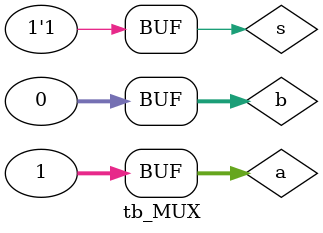
<source format=v>
module tb_MUX;

	reg clk;
	reg [31:0] a;
	reg [31:0] b;
	reg s;
	
	wire [31:0] out;
	
MUX UUT (
	.clk(clk),
	.a(a),
	.b(b),
	.s(s),
	.out(out)
);

initial begin
	a = 32'b1;
	b = 32'b0;
	s = 1'b0;
	#20;
	s = 1'b1;
		
end
endmodule
</source>
